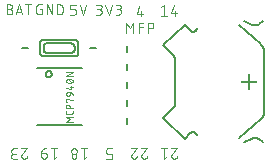
<source format=gto>
G75*
%MOIN*%
%OFA0B0*%
%FSLAX25Y25*%
%IPPOS*%
%LPD*%
%AMOC8*
5,1,8,0,0,1.08239X$1,22.5*
%
%ADD10C,0.00300*%
%ADD11C,0.00800*%
%ADD12C,0.00787*%
%ADD13R,0.05424X0.00904*%
%ADD14R,0.00904X0.05424*%
%ADD15C,0.00500*%
%ADD16C,0.00200*%
D10*
X0009896Y0028333D02*
X0011062Y0028333D01*
X0009896Y0028333D02*
X0009840Y0028335D01*
X0009785Y0028341D01*
X0009731Y0028351D01*
X0009677Y0028365D01*
X0009624Y0028382D01*
X0009573Y0028403D01*
X0009523Y0028428D01*
X0009475Y0028457D01*
X0009430Y0028488D01*
X0009387Y0028523D01*
X0009346Y0028561D01*
X0009308Y0028602D01*
X0009273Y0028645D01*
X0009242Y0028690D01*
X0009213Y0028738D01*
X0009188Y0028788D01*
X0009167Y0028839D01*
X0009150Y0028892D01*
X0009136Y0028946D01*
X0009126Y0029000D01*
X0009120Y0029055D01*
X0009118Y0029111D01*
X0009120Y0029167D01*
X0009126Y0029222D01*
X0009136Y0029276D01*
X0009150Y0029330D01*
X0009167Y0029383D01*
X0009188Y0029434D01*
X0009213Y0029484D01*
X0009242Y0029532D01*
X0009273Y0029577D01*
X0009308Y0029620D01*
X0009346Y0029661D01*
X0009387Y0029699D01*
X0009430Y0029734D01*
X0009475Y0029765D01*
X0009523Y0029794D01*
X0009573Y0029819D01*
X0009624Y0029840D01*
X0009677Y0029857D01*
X0009731Y0029871D01*
X0009785Y0029881D01*
X0009840Y0029887D01*
X0009896Y0029889D01*
X0010673Y0029889D01*
X0010090Y0029889D02*
X0010029Y0029891D01*
X0009968Y0029897D01*
X0009908Y0029906D01*
X0009848Y0029920D01*
X0009790Y0029937D01*
X0009732Y0029957D01*
X0009676Y0029982D01*
X0009622Y0030009D01*
X0009569Y0030040D01*
X0009519Y0030075D01*
X0009470Y0030112D01*
X0009425Y0030152D01*
X0009381Y0030196D01*
X0009341Y0030241D01*
X0009304Y0030290D01*
X0009269Y0030340D01*
X0009238Y0030393D01*
X0009211Y0030447D01*
X0009186Y0030503D01*
X0009166Y0030561D01*
X0009149Y0030619D01*
X0009135Y0030679D01*
X0009126Y0030739D01*
X0009120Y0030800D01*
X0009118Y0030861D01*
X0009120Y0030922D01*
X0009126Y0030983D01*
X0009135Y0031043D01*
X0009149Y0031103D01*
X0009166Y0031161D01*
X0009186Y0031219D01*
X0009211Y0031275D01*
X0009238Y0031329D01*
X0009269Y0031382D01*
X0009304Y0031432D01*
X0009341Y0031481D01*
X0009381Y0031526D01*
X0009425Y0031570D01*
X0009470Y0031610D01*
X0009519Y0031647D01*
X0009569Y0031682D01*
X0009622Y0031713D01*
X0009676Y0031740D01*
X0009732Y0031765D01*
X0009790Y0031785D01*
X0009848Y0031802D01*
X0009908Y0031816D01*
X0009968Y0031825D01*
X0010029Y0031831D01*
X0010090Y0031833D01*
X0011062Y0031833D01*
X0012538Y0031833D02*
X0014482Y0031833D01*
X0012829Y0029889D01*
X0013413Y0028333D02*
X0013477Y0028335D01*
X0013541Y0028340D01*
X0013605Y0028349D01*
X0013668Y0028362D01*
X0013730Y0028379D01*
X0013791Y0028398D01*
X0013851Y0028422D01*
X0013909Y0028448D01*
X0013966Y0028478D01*
X0014021Y0028512D01*
X0014074Y0028548D01*
X0014125Y0028587D01*
X0014173Y0028629D01*
X0014220Y0028674D01*
X0014263Y0028721D01*
X0014304Y0028771D01*
X0014341Y0028823D01*
X0014376Y0028877D01*
X0014408Y0028933D01*
X0014436Y0028991D01*
X0014461Y0029050D01*
X0014482Y0029111D01*
X0012830Y0029889D02*
X0012789Y0029847D01*
X0012750Y0029803D01*
X0012715Y0029756D01*
X0012682Y0029708D01*
X0012652Y0029657D01*
X0012626Y0029605D01*
X0012603Y0029551D01*
X0012583Y0029496D01*
X0012567Y0029440D01*
X0012554Y0029383D01*
X0012545Y0029325D01*
X0012540Y0029267D01*
X0012538Y0029208D01*
X0012540Y0029151D01*
X0012545Y0029094D01*
X0012555Y0029037D01*
X0012568Y0028982D01*
X0012584Y0028927D01*
X0012605Y0028873D01*
X0012628Y0028821D01*
X0012655Y0028771D01*
X0012685Y0028722D01*
X0012719Y0028675D01*
X0012755Y0028631D01*
X0012794Y0028589D01*
X0012836Y0028550D01*
X0012880Y0028514D01*
X0012927Y0028480D01*
X0012976Y0028450D01*
X0013026Y0028423D01*
X0013078Y0028400D01*
X0013132Y0028379D01*
X0013187Y0028363D01*
X0013242Y0028350D01*
X0013299Y0028340D01*
X0013356Y0028335D01*
X0013413Y0028333D01*
X0019118Y0029305D02*
X0019118Y0030278D01*
X0020284Y0030278D01*
X0019117Y0030278D02*
X0019119Y0030354D01*
X0019124Y0030431D01*
X0019134Y0030506D01*
X0019147Y0030582D01*
X0019164Y0030656D01*
X0019184Y0030730D01*
X0019208Y0030802D01*
X0019235Y0030873D01*
X0019266Y0030943D01*
X0019301Y0031011D01*
X0019338Y0031078D01*
X0019379Y0031142D01*
X0019423Y0031205D01*
X0019470Y0031265D01*
X0019520Y0031323D01*
X0019573Y0031378D01*
X0019628Y0031431D01*
X0019686Y0031481D01*
X0019746Y0031528D01*
X0019809Y0031572D01*
X0019873Y0031613D01*
X0019940Y0031650D01*
X0020008Y0031685D01*
X0020078Y0031716D01*
X0020149Y0031743D01*
X0020221Y0031767D01*
X0020295Y0031787D01*
X0020369Y0031804D01*
X0020445Y0031817D01*
X0020520Y0031827D01*
X0020597Y0031832D01*
X0020673Y0031834D01*
X0022538Y0031833D02*
X0024482Y0031833D01*
X0023510Y0031833D02*
X0023510Y0028333D01*
X0024482Y0029111D01*
X0021062Y0029305D02*
X0021062Y0029500D01*
X0021060Y0029553D01*
X0021055Y0029606D01*
X0021046Y0029658D01*
X0021033Y0029710D01*
X0021017Y0029761D01*
X0020998Y0029810D01*
X0020975Y0029858D01*
X0020949Y0029904D01*
X0020920Y0029949D01*
X0020888Y0029991D01*
X0020853Y0030031D01*
X0020815Y0030069D01*
X0020775Y0030104D01*
X0020733Y0030136D01*
X0020688Y0030165D01*
X0020642Y0030191D01*
X0020594Y0030214D01*
X0020545Y0030233D01*
X0020494Y0030249D01*
X0020442Y0030262D01*
X0020390Y0030271D01*
X0020337Y0030276D01*
X0020284Y0030278D01*
X0021062Y0029305D02*
X0021060Y0029244D01*
X0021054Y0029183D01*
X0021045Y0029123D01*
X0021031Y0029063D01*
X0021014Y0029005D01*
X0020994Y0028947D01*
X0020969Y0028891D01*
X0020942Y0028837D01*
X0020911Y0028784D01*
X0020876Y0028734D01*
X0020839Y0028685D01*
X0020799Y0028640D01*
X0020755Y0028596D01*
X0020710Y0028556D01*
X0020661Y0028519D01*
X0020611Y0028484D01*
X0020558Y0028453D01*
X0020504Y0028426D01*
X0020448Y0028401D01*
X0020390Y0028381D01*
X0020332Y0028364D01*
X0020272Y0028350D01*
X0020212Y0028341D01*
X0020151Y0028335D01*
X0020090Y0028333D01*
X0020029Y0028335D01*
X0019968Y0028341D01*
X0019908Y0028350D01*
X0019848Y0028364D01*
X0019790Y0028381D01*
X0019732Y0028401D01*
X0019676Y0028426D01*
X0019622Y0028453D01*
X0019569Y0028484D01*
X0019519Y0028519D01*
X0019470Y0028556D01*
X0019425Y0028596D01*
X0019381Y0028640D01*
X0019341Y0028685D01*
X0019304Y0028734D01*
X0019269Y0028784D01*
X0019238Y0028837D01*
X0019211Y0028891D01*
X0019186Y0028947D01*
X0019166Y0029005D01*
X0019149Y0029063D01*
X0019135Y0029123D01*
X0019126Y0029183D01*
X0019120Y0029244D01*
X0019118Y0029305D01*
X0029312Y0029111D02*
X0029314Y0029167D01*
X0029320Y0029222D01*
X0029330Y0029276D01*
X0029344Y0029330D01*
X0029361Y0029383D01*
X0029382Y0029434D01*
X0029407Y0029484D01*
X0029436Y0029532D01*
X0029467Y0029577D01*
X0029502Y0029620D01*
X0029540Y0029661D01*
X0029581Y0029699D01*
X0029624Y0029734D01*
X0029669Y0029765D01*
X0029717Y0029794D01*
X0029767Y0029819D01*
X0029818Y0029840D01*
X0029871Y0029857D01*
X0029925Y0029871D01*
X0029979Y0029881D01*
X0030034Y0029887D01*
X0030090Y0029889D01*
X0030146Y0029887D01*
X0030201Y0029881D01*
X0030255Y0029871D01*
X0030309Y0029857D01*
X0030362Y0029840D01*
X0030413Y0029819D01*
X0030463Y0029794D01*
X0030511Y0029765D01*
X0030556Y0029734D01*
X0030599Y0029699D01*
X0030640Y0029661D01*
X0030678Y0029620D01*
X0030713Y0029577D01*
X0030744Y0029532D01*
X0030773Y0029484D01*
X0030798Y0029434D01*
X0030819Y0029383D01*
X0030836Y0029330D01*
X0030850Y0029276D01*
X0030860Y0029222D01*
X0030866Y0029167D01*
X0030868Y0029111D01*
X0030866Y0029055D01*
X0030860Y0029000D01*
X0030850Y0028946D01*
X0030836Y0028892D01*
X0030819Y0028839D01*
X0030798Y0028788D01*
X0030773Y0028738D01*
X0030744Y0028690D01*
X0030713Y0028645D01*
X0030678Y0028602D01*
X0030640Y0028561D01*
X0030599Y0028523D01*
X0030556Y0028488D01*
X0030511Y0028457D01*
X0030463Y0028428D01*
X0030413Y0028403D01*
X0030362Y0028382D01*
X0030309Y0028365D01*
X0030255Y0028351D01*
X0030201Y0028341D01*
X0030146Y0028335D01*
X0030090Y0028333D01*
X0030034Y0028335D01*
X0029979Y0028341D01*
X0029925Y0028351D01*
X0029871Y0028365D01*
X0029818Y0028382D01*
X0029767Y0028403D01*
X0029717Y0028428D01*
X0029669Y0028457D01*
X0029624Y0028488D01*
X0029581Y0028523D01*
X0029540Y0028561D01*
X0029502Y0028602D01*
X0029467Y0028645D01*
X0029436Y0028690D01*
X0029407Y0028738D01*
X0029382Y0028788D01*
X0029361Y0028839D01*
X0029344Y0028892D01*
X0029330Y0028946D01*
X0029320Y0029000D01*
X0029314Y0029055D01*
X0029312Y0029111D01*
X0029118Y0030861D02*
X0029120Y0030922D01*
X0029126Y0030983D01*
X0029135Y0031043D01*
X0029149Y0031103D01*
X0029166Y0031161D01*
X0029186Y0031219D01*
X0029211Y0031275D01*
X0029238Y0031329D01*
X0029269Y0031382D01*
X0029304Y0031432D01*
X0029341Y0031481D01*
X0029381Y0031526D01*
X0029425Y0031570D01*
X0029470Y0031610D01*
X0029519Y0031647D01*
X0029569Y0031682D01*
X0029622Y0031713D01*
X0029676Y0031740D01*
X0029732Y0031765D01*
X0029790Y0031785D01*
X0029848Y0031802D01*
X0029908Y0031816D01*
X0029968Y0031825D01*
X0030029Y0031831D01*
X0030090Y0031833D01*
X0030151Y0031831D01*
X0030212Y0031825D01*
X0030272Y0031816D01*
X0030332Y0031802D01*
X0030390Y0031785D01*
X0030448Y0031765D01*
X0030504Y0031740D01*
X0030558Y0031713D01*
X0030611Y0031682D01*
X0030661Y0031647D01*
X0030710Y0031610D01*
X0030755Y0031570D01*
X0030799Y0031526D01*
X0030839Y0031481D01*
X0030876Y0031432D01*
X0030911Y0031382D01*
X0030942Y0031329D01*
X0030969Y0031275D01*
X0030994Y0031219D01*
X0031014Y0031161D01*
X0031031Y0031103D01*
X0031045Y0031043D01*
X0031054Y0030983D01*
X0031060Y0030922D01*
X0031062Y0030861D01*
X0031060Y0030800D01*
X0031054Y0030739D01*
X0031045Y0030679D01*
X0031031Y0030619D01*
X0031014Y0030561D01*
X0030994Y0030503D01*
X0030969Y0030447D01*
X0030942Y0030393D01*
X0030911Y0030340D01*
X0030876Y0030290D01*
X0030839Y0030241D01*
X0030799Y0030196D01*
X0030755Y0030152D01*
X0030710Y0030112D01*
X0030661Y0030075D01*
X0030611Y0030040D01*
X0030558Y0030009D01*
X0030504Y0029982D01*
X0030448Y0029957D01*
X0030390Y0029937D01*
X0030332Y0029920D01*
X0030272Y0029906D01*
X0030212Y0029897D01*
X0030151Y0029891D01*
X0030090Y0029889D01*
X0030029Y0029891D01*
X0029968Y0029897D01*
X0029908Y0029906D01*
X0029848Y0029920D01*
X0029790Y0029937D01*
X0029732Y0029957D01*
X0029676Y0029982D01*
X0029622Y0030009D01*
X0029569Y0030040D01*
X0029519Y0030075D01*
X0029470Y0030112D01*
X0029425Y0030152D01*
X0029381Y0030196D01*
X0029341Y0030241D01*
X0029304Y0030290D01*
X0029269Y0030340D01*
X0029238Y0030393D01*
X0029211Y0030447D01*
X0029186Y0030503D01*
X0029166Y0030561D01*
X0029149Y0030619D01*
X0029135Y0030679D01*
X0029126Y0030739D01*
X0029120Y0030800D01*
X0029118Y0030861D01*
X0032538Y0031833D02*
X0034482Y0031833D01*
X0033510Y0031833D02*
X0033510Y0028333D01*
X0034482Y0029111D01*
X0040828Y0028333D02*
X0042772Y0028333D01*
X0042772Y0029889D01*
X0041606Y0029889D01*
X0041606Y0029888D02*
X0041550Y0029890D01*
X0041495Y0029896D01*
X0041441Y0029906D01*
X0041387Y0029920D01*
X0041334Y0029937D01*
X0041283Y0029958D01*
X0041233Y0029983D01*
X0041185Y0030012D01*
X0041140Y0030043D01*
X0041097Y0030078D01*
X0041056Y0030116D01*
X0041018Y0030157D01*
X0040983Y0030200D01*
X0040952Y0030245D01*
X0040923Y0030293D01*
X0040898Y0030343D01*
X0040877Y0030394D01*
X0040860Y0030447D01*
X0040846Y0030501D01*
X0040836Y0030555D01*
X0040830Y0030610D01*
X0040828Y0030666D01*
X0040828Y0031055D01*
X0040830Y0031111D01*
X0040836Y0031166D01*
X0040846Y0031220D01*
X0040860Y0031274D01*
X0040877Y0031327D01*
X0040898Y0031378D01*
X0040923Y0031428D01*
X0040952Y0031476D01*
X0040983Y0031521D01*
X0041018Y0031564D01*
X0041056Y0031605D01*
X0041097Y0031643D01*
X0041140Y0031678D01*
X0041185Y0031710D01*
X0041233Y0031738D01*
X0041283Y0031763D01*
X0041334Y0031784D01*
X0041387Y0031801D01*
X0041441Y0031815D01*
X0041495Y0031825D01*
X0041550Y0031831D01*
X0041606Y0031833D01*
X0042772Y0031833D01*
X0049118Y0031833D02*
X0051062Y0031833D01*
X0049409Y0029889D01*
X0049993Y0028333D02*
X0050057Y0028335D01*
X0050121Y0028340D01*
X0050185Y0028349D01*
X0050248Y0028362D01*
X0050310Y0028379D01*
X0050371Y0028398D01*
X0050431Y0028422D01*
X0050489Y0028448D01*
X0050546Y0028478D01*
X0050601Y0028512D01*
X0050654Y0028548D01*
X0050705Y0028587D01*
X0050753Y0028629D01*
X0050800Y0028674D01*
X0050843Y0028721D01*
X0050884Y0028771D01*
X0050921Y0028823D01*
X0050956Y0028877D01*
X0050988Y0028933D01*
X0051016Y0028991D01*
X0051041Y0029050D01*
X0051062Y0029111D01*
X0049410Y0029889D02*
X0049369Y0029847D01*
X0049330Y0029803D01*
X0049295Y0029756D01*
X0049262Y0029708D01*
X0049232Y0029657D01*
X0049206Y0029605D01*
X0049183Y0029551D01*
X0049163Y0029496D01*
X0049147Y0029440D01*
X0049134Y0029383D01*
X0049125Y0029325D01*
X0049120Y0029267D01*
X0049118Y0029208D01*
X0049120Y0029151D01*
X0049125Y0029094D01*
X0049135Y0029037D01*
X0049148Y0028982D01*
X0049164Y0028927D01*
X0049185Y0028873D01*
X0049208Y0028821D01*
X0049235Y0028771D01*
X0049265Y0028722D01*
X0049299Y0028675D01*
X0049335Y0028631D01*
X0049374Y0028589D01*
X0049416Y0028550D01*
X0049460Y0028514D01*
X0049507Y0028480D01*
X0049556Y0028450D01*
X0049606Y0028423D01*
X0049658Y0028400D01*
X0049712Y0028379D01*
X0049767Y0028363D01*
X0049822Y0028350D01*
X0049879Y0028340D01*
X0049936Y0028335D01*
X0049993Y0028333D01*
X0052829Y0029889D02*
X0054482Y0031833D01*
X0052538Y0031833D01*
X0054482Y0029111D02*
X0054461Y0029050D01*
X0054436Y0028991D01*
X0054408Y0028933D01*
X0054376Y0028877D01*
X0054341Y0028823D01*
X0054304Y0028771D01*
X0054263Y0028721D01*
X0054220Y0028674D01*
X0054173Y0028629D01*
X0054125Y0028587D01*
X0054074Y0028548D01*
X0054021Y0028512D01*
X0053966Y0028478D01*
X0053909Y0028448D01*
X0053851Y0028422D01*
X0053791Y0028398D01*
X0053730Y0028379D01*
X0053668Y0028362D01*
X0053605Y0028349D01*
X0053541Y0028340D01*
X0053477Y0028335D01*
X0053413Y0028333D01*
X0053356Y0028335D01*
X0053299Y0028340D01*
X0053242Y0028350D01*
X0053187Y0028363D01*
X0053132Y0028379D01*
X0053078Y0028400D01*
X0053026Y0028423D01*
X0052976Y0028450D01*
X0052927Y0028480D01*
X0052880Y0028514D01*
X0052836Y0028550D01*
X0052794Y0028589D01*
X0052755Y0028631D01*
X0052719Y0028675D01*
X0052685Y0028722D01*
X0052655Y0028771D01*
X0052628Y0028821D01*
X0052605Y0028873D01*
X0052584Y0028927D01*
X0052568Y0028982D01*
X0052555Y0029037D01*
X0052545Y0029094D01*
X0052540Y0029151D01*
X0052538Y0029208D01*
X0052540Y0029267D01*
X0052545Y0029325D01*
X0052554Y0029383D01*
X0052567Y0029440D01*
X0052583Y0029496D01*
X0052603Y0029551D01*
X0052626Y0029605D01*
X0052652Y0029657D01*
X0052682Y0029708D01*
X0052715Y0029756D01*
X0052750Y0029803D01*
X0052789Y0029847D01*
X0052830Y0029889D01*
X0059118Y0031833D02*
X0061062Y0031833D01*
X0060090Y0031833D02*
X0060090Y0028333D01*
X0061062Y0029111D01*
X0062829Y0029889D02*
X0064482Y0031833D01*
X0062538Y0031833D01*
X0064482Y0029111D02*
X0064461Y0029050D01*
X0064436Y0028991D01*
X0064408Y0028933D01*
X0064376Y0028877D01*
X0064341Y0028823D01*
X0064304Y0028771D01*
X0064263Y0028721D01*
X0064220Y0028674D01*
X0064173Y0028629D01*
X0064125Y0028587D01*
X0064074Y0028548D01*
X0064021Y0028512D01*
X0063966Y0028478D01*
X0063909Y0028448D01*
X0063851Y0028422D01*
X0063791Y0028398D01*
X0063730Y0028379D01*
X0063668Y0028362D01*
X0063605Y0028349D01*
X0063541Y0028340D01*
X0063477Y0028335D01*
X0063413Y0028333D01*
X0063356Y0028335D01*
X0063299Y0028340D01*
X0063242Y0028350D01*
X0063187Y0028363D01*
X0063132Y0028379D01*
X0063078Y0028400D01*
X0063026Y0028423D01*
X0062976Y0028450D01*
X0062927Y0028480D01*
X0062880Y0028514D01*
X0062836Y0028550D01*
X0062794Y0028589D01*
X0062755Y0028631D01*
X0062719Y0028675D01*
X0062685Y0028722D01*
X0062655Y0028771D01*
X0062628Y0028821D01*
X0062605Y0028873D01*
X0062584Y0028927D01*
X0062568Y0028982D01*
X0062555Y0029037D01*
X0062545Y0029094D01*
X0062540Y0029151D01*
X0062538Y0029208D01*
X0062540Y0029267D01*
X0062545Y0029325D01*
X0062554Y0029383D01*
X0062567Y0029440D01*
X0062583Y0029496D01*
X0062603Y0029551D01*
X0062626Y0029605D01*
X0062652Y0029657D01*
X0062682Y0029708D01*
X0062715Y0029756D01*
X0062750Y0029803D01*
X0062789Y0029847D01*
X0062830Y0029889D01*
X0054620Y0070183D02*
X0054620Y0073683D01*
X0055592Y0073683D01*
X0055653Y0073681D01*
X0055714Y0073675D01*
X0055774Y0073666D01*
X0055834Y0073652D01*
X0055892Y0073635D01*
X0055950Y0073615D01*
X0056006Y0073590D01*
X0056060Y0073563D01*
X0056113Y0073532D01*
X0056163Y0073497D01*
X0056212Y0073460D01*
X0056257Y0073420D01*
X0056301Y0073376D01*
X0056341Y0073331D01*
X0056378Y0073282D01*
X0056413Y0073232D01*
X0056444Y0073179D01*
X0056471Y0073125D01*
X0056496Y0073069D01*
X0056516Y0073011D01*
X0056533Y0072953D01*
X0056547Y0072893D01*
X0056556Y0072833D01*
X0056562Y0072772D01*
X0056564Y0072711D01*
X0056562Y0072650D01*
X0056556Y0072589D01*
X0056547Y0072529D01*
X0056533Y0072469D01*
X0056516Y0072411D01*
X0056496Y0072353D01*
X0056471Y0072297D01*
X0056444Y0072243D01*
X0056413Y0072190D01*
X0056378Y0072140D01*
X0056341Y0072091D01*
X0056301Y0072046D01*
X0056257Y0072002D01*
X0056212Y0071962D01*
X0056163Y0071925D01*
X0056113Y0071890D01*
X0056060Y0071859D01*
X0056006Y0071832D01*
X0055950Y0071807D01*
X0055892Y0071787D01*
X0055834Y0071770D01*
X0055774Y0071756D01*
X0055714Y0071747D01*
X0055653Y0071741D01*
X0055592Y0071739D01*
X0054620Y0071739D01*
X0053168Y0072128D02*
X0051613Y0072128D01*
X0051613Y0073683D02*
X0051613Y0070183D01*
X0049869Y0070183D02*
X0049869Y0073683D01*
X0048702Y0071739D01*
X0047535Y0073683D01*
X0047535Y0070183D01*
X0051613Y0073683D02*
X0053168Y0073683D01*
X0052439Y0075883D02*
X0052439Y0077439D01*
X0053022Y0076661D02*
X0051078Y0076661D01*
X0051856Y0079383D01*
X0045023Y0079633D02*
X0043923Y0079633D01*
X0042700Y0079633D02*
X0041600Y0076333D01*
X0040500Y0079633D01*
X0038543Y0079633D02*
X0037443Y0079633D01*
X0038543Y0079633D02*
X0038595Y0079631D01*
X0038647Y0079626D01*
X0038699Y0079616D01*
X0038750Y0079603D01*
X0038799Y0079587D01*
X0038847Y0079567D01*
X0038894Y0079543D01*
X0038939Y0079517D01*
X0038982Y0079487D01*
X0039023Y0079454D01*
X0039061Y0079418D01*
X0039097Y0079380D01*
X0039130Y0079339D01*
X0039160Y0079296D01*
X0039186Y0079251D01*
X0039210Y0079204D01*
X0039230Y0079156D01*
X0039246Y0079107D01*
X0039259Y0079056D01*
X0039269Y0079004D01*
X0039274Y0078952D01*
X0039276Y0078900D01*
X0039274Y0078848D01*
X0039269Y0078796D01*
X0039259Y0078744D01*
X0039246Y0078693D01*
X0039230Y0078644D01*
X0039210Y0078596D01*
X0039186Y0078549D01*
X0039160Y0078504D01*
X0039130Y0078461D01*
X0039097Y0078420D01*
X0039061Y0078382D01*
X0039023Y0078346D01*
X0038982Y0078313D01*
X0038939Y0078283D01*
X0038894Y0078257D01*
X0038847Y0078233D01*
X0038799Y0078213D01*
X0038750Y0078197D01*
X0038699Y0078184D01*
X0038647Y0078174D01*
X0038595Y0078169D01*
X0038543Y0078167D01*
X0038543Y0078166D02*
X0037810Y0078166D01*
X0038360Y0078167D02*
X0038419Y0078165D01*
X0038477Y0078159D01*
X0038535Y0078150D01*
X0038593Y0078137D01*
X0038649Y0078120D01*
X0038704Y0078100D01*
X0038758Y0078076D01*
X0038810Y0078049D01*
X0038860Y0078019D01*
X0038908Y0077985D01*
X0038954Y0077948D01*
X0038998Y0077909D01*
X0039039Y0077866D01*
X0039077Y0077822D01*
X0039112Y0077775D01*
X0039144Y0077725D01*
X0039173Y0077674D01*
X0039199Y0077621D01*
X0039221Y0077567D01*
X0039239Y0077511D01*
X0039254Y0077454D01*
X0039265Y0077396D01*
X0039273Y0077338D01*
X0039277Y0077279D01*
X0039277Y0077221D01*
X0039273Y0077162D01*
X0039265Y0077104D01*
X0039254Y0077046D01*
X0039239Y0076989D01*
X0039221Y0076933D01*
X0039199Y0076879D01*
X0039173Y0076826D01*
X0039144Y0076775D01*
X0039112Y0076725D01*
X0039077Y0076678D01*
X0039039Y0076634D01*
X0038998Y0076591D01*
X0038954Y0076552D01*
X0038908Y0076515D01*
X0038860Y0076481D01*
X0038810Y0076451D01*
X0038758Y0076424D01*
X0038704Y0076400D01*
X0038649Y0076380D01*
X0038593Y0076363D01*
X0038535Y0076350D01*
X0038477Y0076341D01*
X0038419Y0076335D01*
X0038360Y0076333D01*
X0037443Y0076333D01*
X0033028Y0076333D02*
X0031928Y0079633D01*
X0030705Y0079633D02*
X0028872Y0079633D01*
X0028872Y0078166D01*
X0029972Y0078166D01*
X0030024Y0078164D01*
X0030076Y0078159D01*
X0030128Y0078149D01*
X0030179Y0078136D01*
X0030228Y0078120D01*
X0030276Y0078100D01*
X0030323Y0078076D01*
X0030368Y0078050D01*
X0030411Y0078020D01*
X0030452Y0077987D01*
X0030490Y0077951D01*
X0030526Y0077913D01*
X0030559Y0077872D01*
X0030589Y0077829D01*
X0030615Y0077784D01*
X0030639Y0077737D01*
X0030659Y0077689D01*
X0030675Y0077640D01*
X0030688Y0077589D01*
X0030698Y0077537D01*
X0030703Y0077485D01*
X0030705Y0077433D01*
X0030705Y0077066D01*
X0030703Y0077014D01*
X0030698Y0076962D01*
X0030688Y0076910D01*
X0030675Y0076859D01*
X0030659Y0076810D01*
X0030639Y0076762D01*
X0030615Y0076715D01*
X0030589Y0076670D01*
X0030559Y0076627D01*
X0030526Y0076586D01*
X0030490Y0076548D01*
X0030452Y0076512D01*
X0030411Y0076479D01*
X0030368Y0076449D01*
X0030323Y0076423D01*
X0030277Y0076399D01*
X0030228Y0076379D01*
X0030179Y0076363D01*
X0030128Y0076350D01*
X0030076Y0076340D01*
X0030024Y0076335D01*
X0029972Y0076333D01*
X0028872Y0076333D01*
X0026273Y0077350D02*
X0026273Y0078816D01*
X0026271Y0078874D01*
X0026266Y0078931D01*
X0026257Y0078988D01*
X0026244Y0079044D01*
X0026228Y0079099D01*
X0026209Y0079154D01*
X0026186Y0079206D01*
X0026160Y0079258D01*
X0026130Y0079307D01*
X0026098Y0079355D01*
X0026063Y0079401D01*
X0026024Y0079444D01*
X0025984Y0079484D01*
X0025941Y0079523D01*
X0025895Y0079558D01*
X0025847Y0079590D01*
X0025798Y0079620D01*
X0025746Y0079646D01*
X0025694Y0079669D01*
X0025639Y0079688D01*
X0025584Y0079704D01*
X0025528Y0079717D01*
X0025471Y0079726D01*
X0025414Y0079731D01*
X0025356Y0079733D01*
X0024439Y0079733D01*
X0024439Y0076433D01*
X0025356Y0076433D01*
X0025414Y0076435D01*
X0025471Y0076440D01*
X0025528Y0076449D01*
X0025584Y0076462D01*
X0025639Y0076478D01*
X0025694Y0076497D01*
X0025746Y0076520D01*
X0025798Y0076546D01*
X0025847Y0076576D01*
X0025895Y0076608D01*
X0025941Y0076643D01*
X0025984Y0076682D01*
X0026024Y0076722D01*
X0026063Y0076765D01*
X0026098Y0076811D01*
X0026130Y0076859D01*
X0026160Y0076908D01*
X0026186Y0076960D01*
X0026209Y0077012D01*
X0026228Y0077067D01*
X0026244Y0077122D01*
X0026257Y0077178D01*
X0026266Y0077235D01*
X0026271Y0077292D01*
X0026273Y0077350D01*
X0022817Y0076433D02*
X0022817Y0079733D01*
X0020983Y0079733D02*
X0022817Y0076433D01*
X0020983Y0076433D02*
X0020983Y0079733D01*
X0019361Y0079733D02*
X0018261Y0079733D01*
X0018209Y0079731D01*
X0018157Y0079726D01*
X0018105Y0079716D01*
X0018054Y0079703D01*
X0018005Y0079687D01*
X0017956Y0079667D01*
X0017910Y0079643D01*
X0017865Y0079617D01*
X0017822Y0079587D01*
X0017781Y0079554D01*
X0017743Y0079518D01*
X0017707Y0079480D01*
X0017674Y0079439D01*
X0017644Y0079396D01*
X0017618Y0079351D01*
X0017594Y0079304D01*
X0017574Y0079256D01*
X0017558Y0079207D01*
X0017545Y0079156D01*
X0017535Y0079104D01*
X0017530Y0079052D01*
X0017528Y0079000D01*
X0017527Y0079000D02*
X0017527Y0077166D01*
X0017528Y0077166D02*
X0017530Y0077114D01*
X0017535Y0077062D01*
X0017545Y0077010D01*
X0017558Y0076959D01*
X0017574Y0076910D01*
X0017594Y0076862D01*
X0017618Y0076815D01*
X0017644Y0076770D01*
X0017674Y0076727D01*
X0017707Y0076686D01*
X0017743Y0076648D01*
X0017781Y0076612D01*
X0017822Y0076579D01*
X0017865Y0076549D01*
X0017910Y0076523D01*
X0017957Y0076499D01*
X0018005Y0076479D01*
X0018054Y0076463D01*
X0018105Y0076450D01*
X0018157Y0076440D01*
X0018209Y0076435D01*
X0018261Y0076433D01*
X0019361Y0076433D01*
X0019361Y0078266D01*
X0018811Y0078266D01*
X0015670Y0079733D02*
X0013837Y0079733D01*
X0014753Y0079733D02*
X0014753Y0076433D01*
X0012830Y0076433D02*
X0011730Y0079733D01*
X0010630Y0076433D01*
X0010905Y0077258D02*
X0012555Y0077258D01*
X0008647Y0076433D02*
X0008706Y0076435D01*
X0008764Y0076441D01*
X0008822Y0076450D01*
X0008880Y0076463D01*
X0008936Y0076480D01*
X0008991Y0076500D01*
X0009045Y0076524D01*
X0009097Y0076551D01*
X0009147Y0076581D01*
X0009195Y0076615D01*
X0009241Y0076652D01*
X0009285Y0076691D01*
X0009326Y0076734D01*
X0009364Y0076778D01*
X0009399Y0076825D01*
X0009431Y0076875D01*
X0009460Y0076926D01*
X0009486Y0076979D01*
X0009508Y0077033D01*
X0009526Y0077089D01*
X0009541Y0077146D01*
X0009552Y0077204D01*
X0009560Y0077262D01*
X0009564Y0077321D01*
X0009564Y0077379D01*
X0009560Y0077438D01*
X0009552Y0077496D01*
X0009541Y0077554D01*
X0009526Y0077611D01*
X0009508Y0077667D01*
X0009486Y0077721D01*
X0009460Y0077774D01*
X0009431Y0077825D01*
X0009399Y0077875D01*
X0009364Y0077922D01*
X0009326Y0077966D01*
X0009285Y0078009D01*
X0009241Y0078048D01*
X0009195Y0078085D01*
X0009147Y0078119D01*
X0009097Y0078149D01*
X0009045Y0078176D01*
X0008991Y0078200D01*
X0008936Y0078220D01*
X0008880Y0078237D01*
X0008822Y0078250D01*
X0008764Y0078259D01*
X0008706Y0078265D01*
X0008647Y0078267D01*
X0008647Y0078266D02*
X0007730Y0078266D01*
X0008647Y0078267D02*
X0008699Y0078269D01*
X0008751Y0078274D01*
X0008803Y0078284D01*
X0008854Y0078297D01*
X0008903Y0078313D01*
X0008951Y0078333D01*
X0008998Y0078357D01*
X0009043Y0078383D01*
X0009086Y0078413D01*
X0009127Y0078446D01*
X0009165Y0078482D01*
X0009201Y0078520D01*
X0009234Y0078561D01*
X0009264Y0078604D01*
X0009290Y0078649D01*
X0009314Y0078696D01*
X0009334Y0078744D01*
X0009350Y0078793D01*
X0009363Y0078844D01*
X0009373Y0078896D01*
X0009378Y0078948D01*
X0009380Y0079000D01*
X0009378Y0079052D01*
X0009373Y0079104D01*
X0009363Y0079156D01*
X0009350Y0079207D01*
X0009334Y0079256D01*
X0009314Y0079304D01*
X0009290Y0079351D01*
X0009264Y0079396D01*
X0009234Y0079439D01*
X0009201Y0079480D01*
X0009165Y0079518D01*
X0009127Y0079554D01*
X0009086Y0079587D01*
X0009043Y0079617D01*
X0008998Y0079643D01*
X0008951Y0079667D01*
X0008903Y0079687D01*
X0008854Y0079703D01*
X0008803Y0079716D01*
X0008751Y0079726D01*
X0008699Y0079731D01*
X0008647Y0079733D01*
X0007730Y0079733D01*
X0007730Y0076433D01*
X0008647Y0076433D01*
X0033028Y0076333D02*
X0034128Y0079633D01*
X0043923Y0076333D02*
X0044840Y0076333D01*
X0044899Y0076335D01*
X0044957Y0076341D01*
X0045015Y0076350D01*
X0045073Y0076363D01*
X0045129Y0076380D01*
X0045184Y0076400D01*
X0045238Y0076424D01*
X0045290Y0076451D01*
X0045340Y0076481D01*
X0045388Y0076515D01*
X0045434Y0076552D01*
X0045478Y0076591D01*
X0045519Y0076634D01*
X0045557Y0076678D01*
X0045592Y0076725D01*
X0045624Y0076775D01*
X0045653Y0076826D01*
X0045679Y0076879D01*
X0045701Y0076933D01*
X0045719Y0076989D01*
X0045734Y0077046D01*
X0045745Y0077104D01*
X0045753Y0077162D01*
X0045757Y0077221D01*
X0045757Y0077279D01*
X0045753Y0077338D01*
X0045745Y0077396D01*
X0045734Y0077454D01*
X0045719Y0077511D01*
X0045701Y0077567D01*
X0045679Y0077621D01*
X0045653Y0077674D01*
X0045624Y0077725D01*
X0045592Y0077775D01*
X0045557Y0077822D01*
X0045519Y0077866D01*
X0045478Y0077909D01*
X0045434Y0077948D01*
X0045388Y0077985D01*
X0045340Y0078019D01*
X0045290Y0078049D01*
X0045238Y0078076D01*
X0045184Y0078100D01*
X0045129Y0078120D01*
X0045073Y0078137D01*
X0045015Y0078150D01*
X0044957Y0078159D01*
X0044899Y0078165D01*
X0044840Y0078167D01*
X0045023Y0078166D02*
X0044290Y0078166D01*
X0045023Y0078167D02*
X0045075Y0078169D01*
X0045127Y0078174D01*
X0045179Y0078184D01*
X0045230Y0078197D01*
X0045279Y0078213D01*
X0045327Y0078233D01*
X0045374Y0078257D01*
X0045419Y0078283D01*
X0045462Y0078313D01*
X0045503Y0078346D01*
X0045541Y0078382D01*
X0045577Y0078420D01*
X0045610Y0078461D01*
X0045640Y0078504D01*
X0045666Y0078549D01*
X0045690Y0078596D01*
X0045710Y0078644D01*
X0045726Y0078693D01*
X0045739Y0078744D01*
X0045749Y0078796D01*
X0045754Y0078848D01*
X0045756Y0078900D01*
X0045754Y0078952D01*
X0045749Y0079004D01*
X0045739Y0079056D01*
X0045726Y0079107D01*
X0045710Y0079156D01*
X0045690Y0079204D01*
X0045666Y0079251D01*
X0045640Y0079296D01*
X0045610Y0079339D01*
X0045577Y0079380D01*
X0045541Y0079418D01*
X0045503Y0079454D01*
X0045462Y0079487D01*
X0045419Y0079517D01*
X0045374Y0079543D01*
X0045327Y0079567D01*
X0045279Y0079587D01*
X0045230Y0079603D01*
X0045179Y0079616D01*
X0045127Y0079626D01*
X0045075Y0079631D01*
X0045023Y0079633D01*
X0059118Y0078755D02*
X0060090Y0079533D01*
X0060090Y0076033D01*
X0059118Y0076033D02*
X0061062Y0076033D01*
X0062538Y0076811D02*
X0064482Y0076811D01*
X0063899Y0077589D02*
X0063899Y0076033D01*
X0062538Y0076811D02*
X0063316Y0079533D01*
D11*
X0047900Y0065733D02*
X0047900Y0063733D01*
X0047900Y0059733D02*
X0047900Y0057733D01*
X0047900Y0053733D02*
X0047900Y0051733D01*
X0047900Y0047733D02*
X0047900Y0045733D01*
X0047900Y0041733D02*
X0047900Y0039733D01*
X0032630Y0039534D02*
X0017670Y0039534D01*
X0020650Y0056583D02*
X0020652Y0056646D01*
X0020658Y0056708D01*
X0020668Y0056770D01*
X0020681Y0056832D01*
X0020699Y0056892D01*
X0020720Y0056951D01*
X0020745Y0057009D01*
X0020774Y0057065D01*
X0020806Y0057119D01*
X0020841Y0057171D01*
X0020879Y0057220D01*
X0020921Y0057268D01*
X0020965Y0057312D01*
X0021013Y0057354D01*
X0021062Y0057392D01*
X0021114Y0057427D01*
X0021168Y0057459D01*
X0021224Y0057488D01*
X0021282Y0057513D01*
X0021341Y0057534D01*
X0021401Y0057552D01*
X0021463Y0057565D01*
X0021525Y0057575D01*
X0021587Y0057581D01*
X0021650Y0057583D01*
X0021713Y0057581D01*
X0021775Y0057575D01*
X0021837Y0057565D01*
X0021899Y0057552D01*
X0021959Y0057534D01*
X0022018Y0057513D01*
X0022076Y0057488D01*
X0022132Y0057459D01*
X0022186Y0057427D01*
X0022238Y0057392D01*
X0022287Y0057354D01*
X0022335Y0057312D01*
X0022379Y0057268D01*
X0022421Y0057220D01*
X0022459Y0057171D01*
X0022494Y0057119D01*
X0022526Y0057065D01*
X0022555Y0057009D01*
X0022580Y0056951D01*
X0022601Y0056892D01*
X0022619Y0056832D01*
X0022632Y0056770D01*
X0022642Y0056708D01*
X0022648Y0056646D01*
X0022650Y0056583D01*
X0022648Y0056520D01*
X0022642Y0056458D01*
X0022632Y0056396D01*
X0022619Y0056334D01*
X0022601Y0056274D01*
X0022580Y0056215D01*
X0022555Y0056157D01*
X0022526Y0056101D01*
X0022494Y0056047D01*
X0022459Y0055995D01*
X0022421Y0055946D01*
X0022379Y0055898D01*
X0022335Y0055854D01*
X0022287Y0055812D01*
X0022238Y0055774D01*
X0022186Y0055739D01*
X0022132Y0055707D01*
X0022076Y0055678D01*
X0022018Y0055653D01*
X0021959Y0055632D01*
X0021899Y0055614D01*
X0021837Y0055601D01*
X0021775Y0055591D01*
X0021713Y0055585D01*
X0021650Y0055583D01*
X0021587Y0055585D01*
X0021525Y0055591D01*
X0021463Y0055601D01*
X0021401Y0055614D01*
X0021341Y0055632D01*
X0021282Y0055653D01*
X0021224Y0055678D01*
X0021168Y0055707D01*
X0021114Y0055739D01*
X0021062Y0055774D01*
X0021013Y0055812D01*
X0020965Y0055854D01*
X0020921Y0055898D01*
X0020879Y0055946D01*
X0020841Y0055995D01*
X0020806Y0056047D01*
X0020774Y0056101D01*
X0020745Y0056157D01*
X0020720Y0056215D01*
X0020699Y0056274D01*
X0020681Y0056334D01*
X0020668Y0056396D01*
X0020658Y0056458D01*
X0020652Y0056520D01*
X0020650Y0056583D01*
X0017670Y0058432D02*
X0032630Y0058432D01*
X0035400Y0065233D02*
X0037400Y0065233D01*
X0014900Y0065233D02*
X0012900Y0065233D01*
D12*
X0059797Y0066186D02*
X0063300Y0062570D01*
X0063752Y0061441D02*
X0063752Y0046526D01*
X0063751Y0046448D01*
X0063746Y0046370D01*
X0063737Y0046292D01*
X0063724Y0046215D01*
X0063708Y0046139D01*
X0063688Y0046064D01*
X0063664Y0045989D01*
X0063637Y0045916D01*
X0063607Y0045845D01*
X0063572Y0045774D01*
X0063535Y0045706D01*
X0063494Y0045640D01*
X0063450Y0045575D01*
X0063403Y0045513D01*
X0063353Y0045453D01*
X0063300Y0045396D01*
X0059797Y0041780D01*
X0067029Y0035000D01*
X0068837Y0036808D01*
X0068878Y0036862D01*
X0068921Y0036914D01*
X0068968Y0036963D01*
X0069017Y0037010D01*
X0069069Y0037054D01*
X0069123Y0037094D01*
X0069180Y0037132D01*
X0069238Y0037166D01*
X0069299Y0037197D01*
X0069361Y0037224D01*
X0069424Y0037248D01*
X0069489Y0037268D01*
X0069555Y0037284D01*
X0069622Y0037296D01*
X0069689Y0037304D01*
X0069757Y0037309D01*
X0069825Y0037310D01*
X0069892Y0037307D01*
X0069960Y0037300D01*
X0070027Y0037289D01*
X0070093Y0037274D01*
X0070158Y0037255D01*
X0070222Y0037233D01*
X0070285Y0037207D01*
X0070346Y0037178D01*
X0070405Y0037145D01*
X0070463Y0037108D01*
X0070518Y0037069D01*
X0070571Y0037026D01*
X0070621Y0036981D01*
X0070668Y0036932D01*
X0070713Y0036881D01*
X0070755Y0036828D01*
X0070793Y0036772D01*
X0070829Y0036714D01*
X0070860Y0036654D01*
X0070889Y0036592D01*
X0070913Y0036529D01*
X0070935Y0036465D01*
X0070952Y0036399D01*
X0070965Y0036333D01*
X0070975Y0036265D01*
X0070981Y0036198D01*
X0070983Y0036130D01*
X0085107Y0035226D02*
X0092339Y0041554D01*
X0093469Y0044153D02*
X0093469Y0054096D01*
X0093469Y0053870D02*
X0093469Y0063813D01*
X0093471Y0063926D01*
X0093469Y0064038D01*
X0093463Y0064151D01*
X0093453Y0064263D01*
X0093439Y0064375D01*
X0093422Y0064486D01*
X0093401Y0064597D01*
X0093376Y0064706D01*
X0093347Y0064815D01*
X0093315Y0064923D01*
X0093279Y0065030D01*
X0093239Y0065135D01*
X0093196Y0065239D01*
X0093150Y0065342D01*
X0093099Y0065443D01*
X0093046Y0065542D01*
X0092989Y0065639D01*
X0092929Y0065734D01*
X0092866Y0065827D01*
X0092799Y0065918D01*
X0092730Y0066007D01*
X0092657Y0066093D01*
X0092582Y0066177D01*
X0092504Y0066258D01*
X0092423Y0066336D01*
X0092339Y0066412D01*
X0085107Y0072740D01*
X0086802Y0074209D02*
X0089401Y0072966D01*
X0089402Y0072965D02*
X0089486Y0072927D01*
X0089572Y0072892D01*
X0089659Y0072861D01*
X0089748Y0072833D01*
X0089837Y0072809D01*
X0089928Y0072788D01*
X0090019Y0072771D01*
X0090110Y0072757D01*
X0090203Y0072747D01*
X0090295Y0072741D01*
X0090388Y0072739D01*
X0090481Y0072740D01*
X0090573Y0072745D01*
X0090666Y0072754D01*
X0090757Y0072767D01*
X0090849Y0072783D01*
X0090939Y0072803D01*
X0091029Y0072826D01*
X0091118Y0072853D01*
X0091205Y0072884D01*
X0091292Y0072918D01*
X0091376Y0072955D01*
X0091460Y0072996D01*
X0091541Y0073040D01*
X0091621Y0073087D01*
X0091699Y0073138D01*
X0091774Y0073191D01*
X0091774Y0073192D02*
X0093243Y0074209D01*
X0070983Y0071836D02*
X0070981Y0071768D01*
X0070975Y0071701D01*
X0070965Y0071633D01*
X0070952Y0071567D01*
X0070935Y0071501D01*
X0070913Y0071437D01*
X0070889Y0071374D01*
X0070860Y0071312D01*
X0070829Y0071252D01*
X0070793Y0071194D01*
X0070755Y0071138D01*
X0070713Y0071085D01*
X0070668Y0071034D01*
X0070621Y0070985D01*
X0070571Y0070940D01*
X0070518Y0070897D01*
X0070463Y0070858D01*
X0070405Y0070821D01*
X0070346Y0070788D01*
X0070285Y0070759D01*
X0070222Y0070733D01*
X0070158Y0070711D01*
X0070093Y0070692D01*
X0070027Y0070677D01*
X0069960Y0070666D01*
X0069892Y0070659D01*
X0069825Y0070656D01*
X0069757Y0070657D01*
X0069689Y0070662D01*
X0069622Y0070670D01*
X0069555Y0070682D01*
X0069489Y0070698D01*
X0069424Y0070718D01*
X0069361Y0070742D01*
X0069299Y0070769D01*
X0069238Y0070800D01*
X0069180Y0070834D01*
X0069123Y0070872D01*
X0069069Y0070912D01*
X0069017Y0070956D01*
X0068968Y0071003D01*
X0068921Y0071052D01*
X0068878Y0071104D01*
X0068837Y0071158D01*
X0067029Y0072966D01*
X0059797Y0066186D01*
X0063300Y0062570D02*
X0063353Y0062513D01*
X0063403Y0062453D01*
X0063450Y0062391D01*
X0063494Y0062326D01*
X0063535Y0062260D01*
X0063572Y0062192D01*
X0063607Y0062121D01*
X0063637Y0062050D01*
X0063664Y0061977D01*
X0063688Y0061902D01*
X0063708Y0061827D01*
X0063724Y0061751D01*
X0063737Y0061674D01*
X0063746Y0061596D01*
X0063751Y0061518D01*
X0063752Y0061440D01*
X0093469Y0044153D02*
X0093471Y0044040D01*
X0093469Y0043928D01*
X0093463Y0043815D01*
X0093453Y0043703D01*
X0093439Y0043591D01*
X0093422Y0043480D01*
X0093401Y0043369D01*
X0093376Y0043260D01*
X0093347Y0043151D01*
X0093315Y0043043D01*
X0093279Y0042936D01*
X0093239Y0042831D01*
X0093196Y0042727D01*
X0093150Y0042624D01*
X0093099Y0042523D01*
X0093046Y0042424D01*
X0092989Y0042327D01*
X0092929Y0042232D01*
X0092866Y0042139D01*
X0092799Y0042048D01*
X0092730Y0041959D01*
X0092657Y0041873D01*
X0092582Y0041789D01*
X0092504Y0041708D01*
X0092423Y0041630D01*
X0092339Y0041554D01*
X0091774Y0034774D02*
X0093243Y0033757D01*
X0091774Y0034775D02*
X0091699Y0034828D01*
X0091621Y0034879D01*
X0091541Y0034926D01*
X0091460Y0034970D01*
X0091376Y0035011D01*
X0091292Y0035048D01*
X0091205Y0035082D01*
X0091118Y0035113D01*
X0091029Y0035140D01*
X0090939Y0035163D01*
X0090849Y0035183D01*
X0090757Y0035199D01*
X0090666Y0035212D01*
X0090573Y0035221D01*
X0090481Y0035226D01*
X0090388Y0035227D01*
X0090295Y0035225D01*
X0090203Y0035219D01*
X0090110Y0035209D01*
X0090019Y0035195D01*
X0089928Y0035178D01*
X0089837Y0035157D01*
X0089748Y0035133D01*
X0089659Y0035105D01*
X0089572Y0035074D01*
X0089486Y0035039D01*
X0089402Y0035001D01*
X0089401Y0035000D02*
X0086802Y0033757D01*
D13*
X0088497Y0053870D03*
D14*
X0088497Y0053870D03*
D15*
X0031449Y0063591D02*
X0031449Y0066744D01*
X0031447Y0066814D01*
X0031441Y0066883D01*
X0031431Y0066953D01*
X0031418Y0067021D01*
X0031400Y0067089D01*
X0031379Y0067155D01*
X0031354Y0067220D01*
X0031326Y0067284D01*
X0031294Y0067346D01*
X0031258Y0067406D01*
X0031219Y0067464D01*
X0031177Y0067520D01*
X0031132Y0067574D01*
X0031084Y0067624D01*
X0031034Y0067672D01*
X0030980Y0067717D01*
X0030924Y0067759D01*
X0030866Y0067798D01*
X0030806Y0067834D01*
X0030744Y0067866D01*
X0030680Y0067894D01*
X0030615Y0067919D01*
X0030549Y0067940D01*
X0030481Y0067958D01*
X0030413Y0067971D01*
X0030343Y0067981D01*
X0030274Y0067987D01*
X0030204Y0067989D01*
X0019731Y0067989D01*
X0019673Y0067987D01*
X0019616Y0067981D01*
X0019559Y0067972D01*
X0019503Y0067959D01*
X0019448Y0067942D01*
X0019394Y0067922D01*
X0019342Y0067898D01*
X0019291Y0067871D01*
X0019242Y0067841D01*
X0019195Y0067807D01*
X0019151Y0067771D01*
X0019109Y0067731D01*
X0019069Y0067689D01*
X0019033Y0067645D01*
X0018999Y0067598D01*
X0018969Y0067549D01*
X0018942Y0067498D01*
X0018918Y0067446D01*
X0018898Y0067392D01*
X0018881Y0067337D01*
X0018868Y0067281D01*
X0018859Y0067224D01*
X0018853Y0067167D01*
X0018851Y0067109D01*
X0018851Y0063591D01*
X0018853Y0063526D01*
X0018859Y0063462D01*
X0018868Y0063398D01*
X0018881Y0063334D01*
X0018898Y0063272D01*
X0018918Y0063210D01*
X0018942Y0063150D01*
X0018969Y0063091D01*
X0019000Y0063035D01*
X0019034Y0062979D01*
X0019071Y0062926D01*
X0019111Y0062876D01*
X0019154Y0062827D01*
X0019200Y0062781D01*
X0019249Y0062738D01*
X0019299Y0062698D01*
X0019352Y0062661D01*
X0019407Y0062627D01*
X0019464Y0062596D01*
X0019523Y0062569D01*
X0019583Y0062545D01*
X0019645Y0062525D01*
X0019707Y0062508D01*
X0019771Y0062495D01*
X0019835Y0062486D01*
X0019899Y0062480D01*
X0019964Y0062478D01*
X0019964Y0062477D02*
X0030336Y0062477D01*
X0030336Y0062478D02*
X0030401Y0062480D01*
X0030465Y0062486D01*
X0030529Y0062495D01*
X0030593Y0062508D01*
X0030655Y0062525D01*
X0030717Y0062545D01*
X0030777Y0062569D01*
X0030836Y0062596D01*
X0030893Y0062627D01*
X0030948Y0062661D01*
X0031001Y0062698D01*
X0031051Y0062738D01*
X0031100Y0062781D01*
X0031146Y0062827D01*
X0031189Y0062876D01*
X0031229Y0062926D01*
X0031266Y0062979D01*
X0031300Y0063035D01*
X0031331Y0063091D01*
X0031358Y0063150D01*
X0031382Y0063210D01*
X0031402Y0063272D01*
X0031419Y0063334D01*
X0031432Y0063398D01*
X0031441Y0063462D01*
X0031447Y0063526D01*
X0031449Y0063591D01*
X0030268Y0064839D02*
X0030268Y0065627D01*
X0030268Y0065626D02*
X0030266Y0065695D01*
X0030260Y0065763D01*
X0030250Y0065831D01*
X0030236Y0065899D01*
X0030218Y0065965D01*
X0030197Y0066030D01*
X0030171Y0066094D01*
X0030142Y0066156D01*
X0030110Y0066217D01*
X0030074Y0066275D01*
X0030034Y0066331D01*
X0029992Y0066385D01*
X0029946Y0066436D01*
X0029897Y0066485D01*
X0029846Y0066531D01*
X0029792Y0066573D01*
X0029736Y0066613D01*
X0029678Y0066649D01*
X0029617Y0066681D01*
X0029555Y0066710D01*
X0029491Y0066736D01*
X0029426Y0066757D01*
X0029360Y0066775D01*
X0029292Y0066789D01*
X0029224Y0066799D01*
X0029156Y0066805D01*
X0029087Y0066807D01*
X0029087Y0066808D02*
X0020819Y0066808D01*
X0020820Y0066808D02*
X0020761Y0066794D01*
X0020702Y0066777D01*
X0020645Y0066756D01*
X0020590Y0066732D01*
X0020536Y0066705D01*
X0020483Y0066674D01*
X0020433Y0066640D01*
X0020385Y0066604D01*
X0020339Y0066564D01*
X0020295Y0066522D01*
X0020255Y0066477D01*
X0020217Y0066430D01*
X0020181Y0066380D01*
X0020149Y0066329D01*
X0020120Y0066276D01*
X0020095Y0066221D01*
X0020073Y0066164D01*
X0020054Y0066107D01*
X0020038Y0066048D01*
X0020027Y0065989D01*
X0020018Y0065929D01*
X0020014Y0065868D01*
X0020013Y0065808D01*
X0020016Y0065747D01*
X0020022Y0065687D01*
X0020033Y0065627D01*
X0020032Y0065627D02*
X0020032Y0064446D01*
X0020031Y0064446D02*
X0020046Y0064385D01*
X0020064Y0064324D01*
X0020086Y0064265D01*
X0020111Y0064207D01*
X0020141Y0064152D01*
X0020173Y0064098D01*
X0020209Y0064046D01*
X0020248Y0063996D01*
X0020290Y0063949D01*
X0020335Y0063905D01*
X0020383Y0063864D01*
X0020433Y0063826D01*
X0020486Y0063791D01*
X0020540Y0063759D01*
X0020597Y0063731D01*
X0020655Y0063706D01*
X0020714Y0063685D01*
X0020775Y0063668D01*
X0020837Y0063655D01*
X0020899Y0063646D01*
X0020962Y0063640D01*
X0021025Y0063639D01*
X0021088Y0063642D01*
X0021151Y0063648D01*
X0021213Y0063658D01*
X0029087Y0063658D01*
X0029153Y0063660D01*
X0029219Y0063665D01*
X0029285Y0063675D01*
X0029350Y0063688D01*
X0029414Y0063704D01*
X0029477Y0063724D01*
X0029539Y0063748D01*
X0029599Y0063775D01*
X0029658Y0063805D01*
X0029715Y0063839D01*
X0029770Y0063876D01*
X0029823Y0063916D01*
X0029874Y0063958D01*
X0029922Y0064004D01*
X0029968Y0064052D01*
X0030010Y0064103D01*
X0030050Y0064156D01*
X0030087Y0064211D01*
X0030121Y0064268D01*
X0030151Y0064327D01*
X0030178Y0064387D01*
X0030202Y0064449D01*
X0030222Y0064512D01*
X0030238Y0064576D01*
X0030251Y0064641D01*
X0030261Y0064707D01*
X0030266Y0064773D01*
X0030268Y0064839D01*
D16*
X0029650Y0057083D02*
X0027450Y0057083D01*
X0027450Y0055861D02*
X0029650Y0057083D01*
X0029650Y0055861D02*
X0027450Y0055861D01*
X0028550Y0053629D02*
X0028632Y0053631D01*
X0028714Y0053636D01*
X0028796Y0053646D01*
X0028877Y0053659D01*
X0028958Y0053675D01*
X0029037Y0053696D01*
X0029116Y0053720D01*
X0029194Y0053747D01*
X0029270Y0053778D01*
X0029344Y0053812D01*
X0029161Y0053751D02*
X0027939Y0054729D01*
X0027755Y0054668D02*
X0027718Y0054653D01*
X0027682Y0054635D01*
X0027648Y0054614D01*
X0027616Y0054590D01*
X0027586Y0054563D01*
X0027559Y0054534D01*
X0027534Y0054503D01*
X0027512Y0054469D01*
X0027494Y0054434D01*
X0027478Y0054397D01*
X0027466Y0054359D01*
X0027457Y0054320D01*
X0027452Y0054280D01*
X0027450Y0054240D01*
X0027452Y0054200D01*
X0027457Y0054160D01*
X0027466Y0054121D01*
X0027478Y0054083D01*
X0027494Y0054046D01*
X0027512Y0054011D01*
X0027534Y0053977D01*
X0027559Y0053946D01*
X0027586Y0053917D01*
X0027616Y0053890D01*
X0027648Y0053866D01*
X0027682Y0053845D01*
X0027718Y0053827D01*
X0027755Y0053812D01*
X0027756Y0054668D02*
X0027830Y0054702D01*
X0027906Y0054733D01*
X0027984Y0054760D01*
X0028063Y0054784D01*
X0028142Y0054805D01*
X0028223Y0054821D01*
X0028304Y0054834D01*
X0028386Y0054844D01*
X0028468Y0054849D01*
X0028550Y0054851D01*
X0028550Y0053629D02*
X0028468Y0053631D01*
X0028386Y0053636D01*
X0028304Y0053646D01*
X0028223Y0053659D01*
X0028142Y0053675D01*
X0028063Y0053696D01*
X0027984Y0053720D01*
X0027906Y0053747D01*
X0027830Y0053778D01*
X0027756Y0053812D01*
X0028550Y0054851D02*
X0028632Y0054849D01*
X0028714Y0054844D01*
X0028796Y0054834D01*
X0028877Y0054821D01*
X0028958Y0054805D01*
X0029037Y0054784D01*
X0029116Y0054760D01*
X0029194Y0054733D01*
X0029270Y0054702D01*
X0029344Y0054668D01*
X0029345Y0054668D02*
X0029382Y0054653D01*
X0029418Y0054635D01*
X0029452Y0054614D01*
X0029484Y0054590D01*
X0029514Y0054563D01*
X0029541Y0054534D01*
X0029566Y0054503D01*
X0029588Y0054469D01*
X0029606Y0054434D01*
X0029622Y0054397D01*
X0029634Y0054359D01*
X0029643Y0054320D01*
X0029648Y0054280D01*
X0029650Y0054240D01*
X0029648Y0054200D01*
X0029643Y0054160D01*
X0029634Y0054121D01*
X0029622Y0054083D01*
X0029606Y0054046D01*
X0029588Y0054011D01*
X0029566Y0053977D01*
X0029541Y0053946D01*
X0029514Y0053917D01*
X0029484Y0053890D01*
X0029452Y0053866D01*
X0029418Y0053845D01*
X0029382Y0053827D01*
X0029345Y0053812D01*
X0029161Y0052691D02*
X0029161Y0051469D01*
X0027450Y0051958D01*
X0028672Y0052324D02*
X0029650Y0052324D01*
X0028672Y0050531D02*
X0028061Y0050531D01*
X0028013Y0050529D01*
X0027965Y0050523D01*
X0027918Y0050514D01*
X0027872Y0050501D01*
X0027827Y0050484D01*
X0027784Y0050464D01*
X0027742Y0050441D01*
X0027702Y0050414D01*
X0027664Y0050385D01*
X0027629Y0050352D01*
X0027596Y0050317D01*
X0027567Y0050279D01*
X0027540Y0050239D01*
X0027517Y0050197D01*
X0027497Y0050154D01*
X0027480Y0050109D01*
X0027467Y0050063D01*
X0027458Y0050016D01*
X0027452Y0049968D01*
X0027450Y0049920D01*
X0027452Y0049872D01*
X0027458Y0049824D01*
X0027467Y0049777D01*
X0027480Y0049731D01*
X0027497Y0049686D01*
X0027517Y0049643D01*
X0027540Y0049601D01*
X0027567Y0049561D01*
X0027596Y0049523D01*
X0027629Y0049488D01*
X0027664Y0049455D01*
X0027702Y0049426D01*
X0027742Y0049399D01*
X0027784Y0049376D01*
X0027827Y0049356D01*
X0027872Y0049339D01*
X0027918Y0049326D01*
X0027965Y0049317D01*
X0028013Y0049311D01*
X0028061Y0049309D01*
X0028183Y0049309D01*
X0028226Y0049311D01*
X0028268Y0049316D01*
X0028310Y0049326D01*
X0028350Y0049338D01*
X0028390Y0049355D01*
X0028428Y0049375D01*
X0028463Y0049397D01*
X0028497Y0049423D01*
X0028529Y0049452D01*
X0028558Y0049484D01*
X0028584Y0049518D01*
X0028606Y0049554D01*
X0028626Y0049591D01*
X0028643Y0049631D01*
X0028655Y0049671D01*
X0028665Y0049713D01*
X0028670Y0049755D01*
X0028672Y0049798D01*
X0028672Y0050531D01*
X0028733Y0050529D01*
X0028795Y0050523D01*
X0028855Y0050514D01*
X0028915Y0050500D01*
X0028974Y0050483D01*
X0029032Y0050462D01*
X0029088Y0050438D01*
X0029143Y0050410D01*
X0029196Y0050379D01*
X0029247Y0050344D01*
X0029295Y0050307D01*
X0029341Y0050266D01*
X0029385Y0050222D01*
X0029426Y0050176D01*
X0029463Y0050128D01*
X0029498Y0050077D01*
X0029529Y0050024D01*
X0029557Y0049969D01*
X0029581Y0049913D01*
X0029602Y0049855D01*
X0029619Y0049796D01*
X0029633Y0049736D01*
X0029642Y0049676D01*
X0029648Y0049614D01*
X0029650Y0049553D01*
X0029650Y0047760D02*
X0027450Y0048371D01*
X0027450Y0047149D01*
X0027694Y0047149D01*
X0027450Y0045705D02*
X0027450Y0045094D01*
X0029650Y0045094D01*
X0029650Y0044160D02*
X0029650Y0043671D01*
X0029648Y0043628D01*
X0029643Y0043586D01*
X0029633Y0043544D01*
X0029621Y0043504D01*
X0029604Y0043464D01*
X0029584Y0043427D01*
X0029562Y0043391D01*
X0029536Y0043357D01*
X0029507Y0043325D01*
X0029475Y0043296D01*
X0029441Y0043270D01*
X0029406Y0043248D01*
X0029368Y0043228D01*
X0029328Y0043211D01*
X0029288Y0043199D01*
X0029246Y0043189D01*
X0029204Y0043184D01*
X0029161Y0043182D01*
X0029161Y0043183D02*
X0027939Y0043183D01*
X0027939Y0043182D02*
X0027896Y0043184D01*
X0027854Y0043189D01*
X0027812Y0043199D01*
X0027772Y0043211D01*
X0027732Y0043228D01*
X0027695Y0043248D01*
X0027659Y0043270D01*
X0027625Y0043296D01*
X0027593Y0043325D01*
X0027564Y0043357D01*
X0027538Y0043391D01*
X0027516Y0043426D01*
X0027496Y0043464D01*
X0027479Y0043504D01*
X0027467Y0043544D01*
X0027457Y0043586D01*
X0027452Y0043628D01*
X0027450Y0043671D01*
X0027450Y0044160D01*
X0028672Y0045094D02*
X0028672Y0045705D01*
X0028670Y0045753D01*
X0028664Y0045801D01*
X0028655Y0045848D01*
X0028642Y0045894D01*
X0028625Y0045939D01*
X0028605Y0045982D01*
X0028582Y0046024D01*
X0028555Y0046064D01*
X0028526Y0046102D01*
X0028493Y0046137D01*
X0028458Y0046170D01*
X0028420Y0046199D01*
X0028380Y0046226D01*
X0028338Y0046249D01*
X0028295Y0046269D01*
X0028250Y0046286D01*
X0028204Y0046299D01*
X0028157Y0046308D01*
X0028109Y0046314D01*
X0028061Y0046316D01*
X0028013Y0046314D01*
X0027965Y0046308D01*
X0027918Y0046299D01*
X0027872Y0046286D01*
X0027827Y0046269D01*
X0027784Y0046249D01*
X0027742Y0046226D01*
X0027702Y0046199D01*
X0027664Y0046170D01*
X0027629Y0046137D01*
X0027596Y0046102D01*
X0027567Y0046064D01*
X0027540Y0046024D01*
X0027517Y0045982D01*
X0027497Y0045939D01*
X0027480Y0045894D01*
X0027467Y0045848D01*
X0027458Y0045801D01*
X0027452Y0045753D01*
X0027450Y0045705D01*
X0027450Y0042157D02*
X0029650Y0042157D01*
X0028672Y0041424D02*
X0027450Y0042157D01*
X0028672Y0041424D02*
X0027450Y0040691D01*
X0029650Y0040691D01*
M02*

</source>
